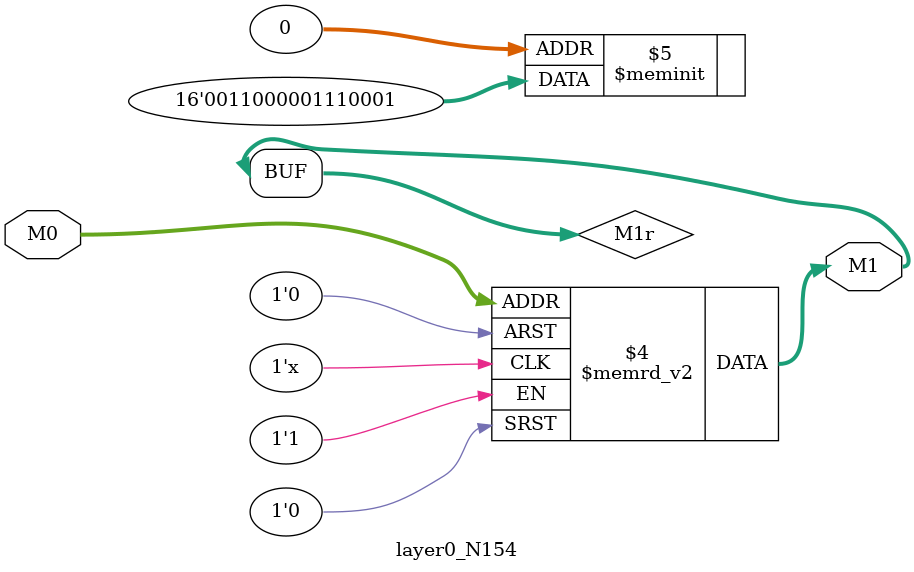
<source format=v>
module layer0_N154 ( input [2:0] M0, output [1:0] M1 );

	(*rom_style = "distributed" *) reg [1:0] M1r;
	assign M1 = M1r;
	always @ (M0) begin
		case (M0)
			3'b000: M1r = 2'b01;
			3'b100: M1r = 2'b00;
			3'b010: M1r = 2'b11;
			3'b110: M1r = 2'b11;
			3'b001: M1r = 2'b00;
			3'b101: M1r = 2'b00;
			3'b011: M1r = 2'b01;
			3'b111: M1r = 2'b00;

		endcase
	end
endmodule

</source>
